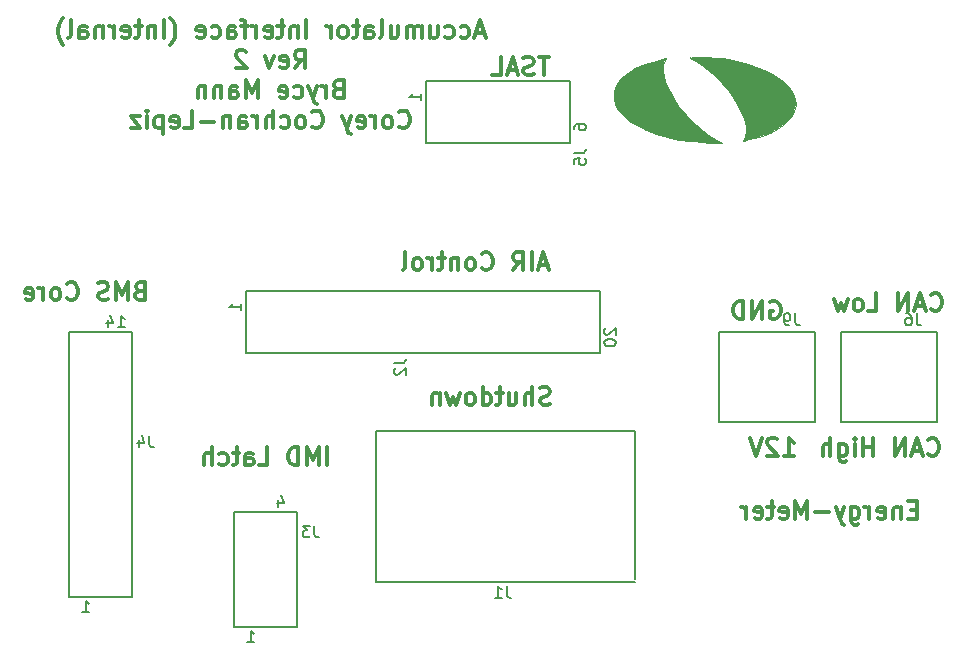
<source format=gbo>
G04 #@! TF.GenerationSoftware,KiCad,Pcbnew,5.0.2-bee76a0~70~ubuntu18.04.1*
G04 #@! TF.CreationDate,2019-05-01T23:48:17-04:00*
G04 #@! TF.ProjectId,internal_board,696e7465-726e-4616-9c5f-626f6172642e,rev?*
G04 #@! TF.SameCoordinates,Original*
G04 #@! TF.FileFunction,Legend,Bot*
G04 #@! TF.FilePolarity,Positive*
%FSLAX46Y46*%
G04 Gerber Fmt 4.6, Leading zero omitted, Abs format (unit mm)*
G04 Created by KiCad (PCBNEW 5.0.2-bee76a0~70~ubuntu18.04.1) date Wed 01 May 2019 11:48:17 PM EDT*
%MOMM*%
%LPD*%
G01*
G04 APERTURE LIST*
%ADD10C,0.300000*%
%ADD11C,0.150000*%
%ADD12C,0.010000*%
G04 APERTURE END LIST*
D10*
X191021428Y-83182857D02*
X190521428Y-83182857D01*
X190307142Y-83968571D02*
X191021428Y-83968571D01*
X191021428Y-82468571D01*
X190307142Y-82468571D01*
X189664285Y-82968571D02*
X189664285Y-83968571D01*
X189664285Y-83111428D02*
X189592857Y-83040000D01*
X189450000Y-82968571D01*
X189235714Y-82968571D01*
X189092857Y-83040000D01*
X189021428Y-83182857D01*
X189021428Y-83968571D01*
X187735714Y-83897142D02*
X187878571Y-83968571D01*
X188164285Y-83968571D01*
X188307142Y-83897142D01*
X188378571Y-83754285D01*
X188378571Y-83182857D01*
X188307142Y-83040000D01*
X188164285Y-82968571D01*
X187878571Y-82968571D01*
X187735714Y-83040000D01*
X187664285Y-83182857D01*
X187664285Y-83325714D01*
X188378571Y-83468571D01*
X187021428Y-83968571D02*
X187021428Y-82968571D01*
X187021428Y-83254285D02*
X186950000Y-83111428D01*
X186878571Y-83040000D01*
X186735714Y-82968571D01*
X186592857Y-82968571D01*
X185450000Y-82968571D02*
X185450000Y-84182857D01*
X185521428Y-84325714D01*
X185592857Y-84397142D01*
X185735714Y-84468571D01*
X185950000Y-84468571D01*
X186092857Y-84397142D01*
X185450000Y-83897142D02*
X185592857Y-83968571D01*
X185878571Y-83968571D01*
X186021428Y-83897142D01*
X186092857Y-83825714D01*
X186164285Y-83682857D01*
X186164285Y-83254285D01*
X186092857Y-83111428D01*
X186021428Y-83040000D01*
X185878571Y-82968571D01*
X185592857Y-82968571D01*
X185450000Y-83040000D01*
X184878571Y-82968571D02*
X184521428Y-83968571D01*
X184164285Y-82968571D02*
X184521428Y-83968571D01*
X184664285Y-84325714D01*
X184735714Y-84397142D01*
X184878571Y-84468571D01*
X183592857Y-83397142D02*
X182450000Y-83397142D01*
X181735714Y-83968571D02*
X181735714Y-82468571D01*
X181235714Y-83540000D01*
X180735714Y-82468571D01*
X180735714Y-83968571D01*
X179450000Y-83897142D02*
X179592857Y-83968571D01*
X179878571Y-83968571D01*
X180021428Y-83897142D01*
X180092857Y-83754285D01*
X180092857Y-83182857D01*
X180021428Y-83040000D01*
X179878571Y-82968571D01*
X179592857Y-82968571D01*
X179450000Y-83040000D01*
X179378571Y-83182857D01*
X179378571Y-83325714D01*
X180092857Y-83468571D01*
X178950000Y-82968571D02*
X178378571Y-82968571D01*
X178735714Y-82468571D02*
X178735714Y-83754285D01*
X178664285Y-83897142D01*
X178521428Y-83968571D01*
X178378571Y-83968571D01*
X177307142Y-83897142D02*
X177450000Y-83968571D01*
X177735714Y-83968571D01*
X177878571Y-83897142D01*
X177950000Y-83754285D01*
X177950000Y-83182857D01*
X177878571Y-83040000D01*
X177735714Y-82968571D01*
X177450000Y-82968571D01*
X177307142Y-83040000D01*
X177235714Y-83182857D01*
X177235714Y-83325714D01*
X177950000Y-83468571D01*
X176592857Y-83968571D02*
X176592857Y-82968571D01*
X176592857Y-83254285D02*
X176521428Y-83111428D01*
X176450000Y-83040000D01*
X176307142Y-82968571D01*
X176164285Y-82968571D01*
X178632857Y-65620000D02*
X178775714Y-65548571D01*
X178990000Y-65548571D01*
X179204285Y-65620000D01*
X179347142Y-65762857D01*
X179418571Y-65905714D01*
X179490000Y-66191428D01*
X179490000Y-66405714D01*
X179418571Y-66691428D01*
X179347142Y-66834285D01*
X179204285Y-66977142D01*
X178990000Y-67048571D01*
X178847142Y-67048571D01*
X178632857Y-66977142D01*
X178561428Y-66905714D01*
X178561428Y-66405714D01*
X178847142Y-66405714D01*
X177918571Y-67048571D02*
X177918571Y-65548571D01*
X177061428Y-67048571D01*
X177061428Y-65548571D01*
X176347142Y-67048571D02*
X176347142Y-65548571D01*
X175990000Y-65548571D01*
X175775714Y-65620000D01*
X175632857Y-65762857D01*
X175561428Y-65905714D01*
X175490000Y-66191428D01*
X175490000Y-66405714D01*
X175561428Y-66691428D01*
X175632857Y-66834285D01*
X175775714Y-66977142D01*
X175990000Y-67048571D01*
X176347142Y-67048571D01*
X179798571Y-78608571D02*
X180655714Y-78608571D01*
X180227142Y-78608571D02*
X180227142Y-77108571D01*
X180370000Y-77322857D01*
X180512857Y-77465714D01*
X180655714Y-77537142D01*
X179227142Y-77251428D02*
X179155714Y-77180000D01*
X179012857Y-77108571D01*
X178655714Y-77108571D01*
X178512857Y-77180000D01*
X178441428Y-77251428D01*
X178370000Y-77394285D01*
X178370000Y-77537142D01*
X178441428Y-77751428D01*
X179298571Y-78608571D01*
X178370000Y-78608571D01*
X177941428Y-77108571D02*
X177441428Y-78608571D01*
X176941428Y-77108571D01*
X191995714Y-78495714D02*
X192067142Y-78567142D01*
X192281428Y-78638571D01*
X192424285Y-78638571D01*
X192638571Y-78567142D01*
X192781428Y-78424285D01*
X192852857Y-78281428D01*
X192924285Y-77995714D01*
X192924285Y-77781428D01*
X192852857Y-77495714D01*
X192781428Y-77352857D01*
X192638571Y-77210000D01*
X192424285Y-77138571D01*
X192281428Y-77138571D01*
X192067142Y-77210000D01*
X191995714Y-77281428D01*
X191424285Y-78210000D02*
X190710000Y-78210000D01*
X191567142Y-78638571D02*
X191067142Y-77138571D01*
X190567142Y-78638571D01*
X190067142Y-78638571D02*
X190067142Y-77138571D01*
X189210000Y-78638571D01*
X189210000Y-77138571D01*
X187352857Y-78638571D02*
X187352857Y-77138571D01*
X187352857Y-77852857D02*
X186495714Y-77852857D01*
X186495714Y-78638571D02*
X186495714Y-77138571D01*
X185781428Y-78638571D02*
X185781428Y-77638571D01*
X185781428Y-77138571D02*
X185852857Y-77210000D01*
X185781428Y-77281428D01*
X185710000Y-77210000D01*
X185781428Y-77138571D01*
X185781428Y-77281428D01*
X184424285Y-77638571D02*
X184424285Y-78852857D01*
X184495714Y-78995714D01*
X184567142Y-79067142D01*
X184710000Y-79138571D01*
X184924285Y-79138571D01*
X185067142Y-79067142D01*
X184424285Y-78567142D02*
X184567142Y-78638571D01*
X184852857Y-78638571D01*
X184995714Y-78567142D01*
X185067142Y-78495714D01*
X185138571Y-78352857D01*
X185138571Y-77924285D01*
X185067142Y-77781428D01*
X184995714Y-77710000D01*
X184852857Y-77638571D01*
X184567142Y-77638571D01*
X184424285Y-77710000D01*
X183710000Y-78638571D02*
X183710000Y-77138571D01*
X183067142Y-78638571D02*
X183067142Y-77852857D01*
X183138571Y-77710000D01*
X183281428Y-77638571D01*
X183495714Y-77638571D01*
X183638571Y-77710000D01*
X183710000Y-77781428D01*
X192247142Y-66225714D02*
X192318571Y-66297142D01*
X192532857Y-66368571D01*
X192675714Y-66368571D01*
X192890000Y-66297142D01*
X193032857Y-66154285D01*
X193104285Y-66011428D01*
X193175714Y-65725714D01*
X193175714Y-65511428D01*
X193104285Y-65225714D01*
X193032857Y-65082857D01*
X192890000Y-64940000D01*
X192675714Y-64868571D01*
X192532857Y-64868571D01*
X192318571Y-64940000D01*
X192247142Y-65011428D01*
X191675714Y-65940000D02*
X190961428Y-65940000D01*
X191818571Y-66368571D02*
X191318571Y-64868571D01*
X190818571Y-66368571D01*
X190318571Y-66368571D02*
X190318571Y-64868571D01*
X189461428Y-66368571D01*
X189461428Y-64868571D01*
X186890000Y-66368571D02*
X187604285Y-66368571D01*
X187604285Y-64868571D01*
X186175714Y-66368571D02*
X186318571Y-66297142D01*
X186390000Y-66225714D01*
X186461428Y-66082857D01*
X186461428Y-65654285D01*
X186390000Y-65511428D01*
X186318571Y-65440000D01*
X186175714Y-65368571D01*
X185961428Y-65368571D01*
X185818571Y-65440000D01*
X185747142Y-65511428D01*
X185675714Y-65654285D01*
X185675714Y-66082857D01*
X185747142Y-66225714D01*
X185818571Y-66297142D01*
X185961428Y-66368571D01*
X186175714Y-66368571D01*
X185175714Y-65368571D02*
X184890000Y-66368571D01*
X184604285Y-65654285D01*
X184318571Y-66368571D01*
X184032857Y-65368571D01*
X154401428Y-42825000D02*
X153687142Y-42825000D01*
X154544285Y-43253571D02*
X154044285Y-41753571D01*
X153544285Y-43253571D01*
X152401428Y-43182142D02*
X152544285Y-43253571D01*
X152830000Y-43253571D01*
X152972857Y-43182142D01*
X153044285Y-43110714D01*
X153115714Y-42967857D01*
X153115714Y-42539285D01*
X153044285Y-42396428D01*
X152972857Y-42325000D01*
X152830000Y-42253571D01*
X152544285Y-42253571D01*
X152401428Y-42325000D01*
X151115714Y-43182142D02*
X151258571Y-43253571D01*
X151544285Y-43253571D01*
X151687142Y-43182142D01*
X151758571Y-43110714D01*
X151830000Y-42967857D01*
X151830000Y-42539285D01*
X151758571Y-42396428D01*
X151687142Y-42325000D01*
X151544285Y-42253571D01*
X151258571Y-42253571D01*
X151115714Y-42325000D01*
X149830000Y-42253571D02*
X149830000Y-43253571D01*
X150472857Y-42253571D02*
X150472857Y-43039285D01*
X150401428Y-43182142D01*
X150258571Y-43253571D01*
X150044285Y-43253571D01*
X149901428Y-43182142D01*
X149830000Y-43110714D01*
X149115714Y-43253571D02*
X149115714Y-42253571D01*
X149115714Y-42396428D02*
X149044285Y-42325000D01*
X148901428Y-42253571D01*
X148687142Y-42253571D01*
X148544285Y-42325000D01*
X148472857Y-42467857D01*
X148472857Y-43253571D01*
X148472857Y-42467857D02*
X148401428Y-42325000D01*
X148258571Y-42253571D01*
X148044285Y-42253571D01*
X147901428Y-42325000D01*
X147830000Y-42467857D01*
X147830000Y-43253571D01*
X146472857Y-42253571D02*
X146472857Y-43253571D01*
X147115714Y-42253571D02*
X147115714Y-43039285D01*
X147044285Y-43182142D01*
X146901428Y-43253571D01*
X146687142Y-43253571D01*
X146544285Y-43182142D01*
X146472857Y-43110714D01*
X145544285Y-43253571D02*
X145687142Y-43182142D01*
X145758571Y-43039285D01*
X145758571Y-41753571D01*
X144330000Y-43253571D02*
X144330000Y-42467857D01*
X144401428Y-42325000D01*
X144544285Y-42253571D01*
X144830000Y-42253571D01*
X144972857Y-42325000D01*
X144330000Y-43182142D02*
X144472857Y-43253571D01*
X144830000Y-43253571D01*
X144972857Y-43182142D01*
X145044285Y-43039285D01*
X145044285Y-42896428D01*
X144972857Y-42753571D01*
X144830000Y-42682142D01*
X144472857Y-42682142D01*
X144330000Y-42610714D01*
X143830000Y-42253571D02*
X143258571Y-42253571D01*
X143615714Y-41753571D02*
X143615714Y-43039285D01*
X143544285Y-43182142D01*
X143401428Y-43253571D01*
X143258571Y-43253571D01*
X142544285Y-43253571D02*
X142687142Y-43182142D01*
X142758571Y-43110714D01*
X142830000Y-42967857D01*
X142830000Y-42539285D01*
X142758571Y-42396428D01*
X142687142Y-42325000D01*
X142544285Y-42253571D01*
X142330000Y-42253571D01*
X142187142Y-42325000D01*
X142115714Y-42396428D01*
X142044285Y-42539285D01*
X142044285Y-42967857D01*
X142115714Y-43110714D01*
X142187142Y-43182142D01*
X142330000Y-43253571D01*
X142544285Y-43253571D01*
X141401428Y-43253571D02*
X141401428Y-42253571D01*
X141401428Y-42539285D02*
X141330000Y-42396428D01*
X141258571Y-42325000D01*
X141115714Y-42253571D01*
X140972857Y-42253571D01*
X139330000Y-43253571D02*
X139330000Y-41753571D01*
X138615714Y-42253571D02*
X138615714Y-43253571D01*
X138615714Y-42396428D02*
X138544285Y-42325000D01*
X138401428Y-42253571D01*
X138187142Y-42253571D01*
X138044285Y-42325000D01*
X137972857Y-42467857D01*
X137972857Y-43253571D01*
X137472857Y-42253571D02*
X136901428Y-42253571D01*
X137258571Y-41753571D02*
X137258571Y-43039285D01*
X137187142Y-43182142D01*
X137044285Y-43253571D01*
X136901428Y-43253571D01*
X135830000Y-43182142D02*
X135972857Y-43253571D01*
X136258571Y-43253571D01*
X136401428Y-43182142D01*
X136472857Y-43039285D01*
X136472857Y-42467857D01*
X136401428Y-42325000D01*
X136258571Y-42253571D01*
X135972857Y-42253571D01*
X135830000Y-42325000D01*
X135758571Y-42467857D01*
X135758571Y-42610714D01*
X136472857Y-42753571D01*
X135115714Y-43253571D02*
X135115714Y-42253571D01*
X135115714Y-42539285D02*
X135044285Y-42396428D01*
X134972857Y-42325000D01*
X134830000Y-42253571D01*
X134687142Y-42253571D01*
X134401428Y-42253571D02*
X133830000Y-42253571D01*
X134187142Y-43253571D02*
X134187142Y-41967857D01*
X134115714Y-41825000D01*
X133972857Y-41753571D01*
X133830000Y-41753571D01*
X132687142Y-43253571D02*
X132687142Y-42467857D01*
X132758571Y-42325000D01*
X132901428Y-42253571D01*
X133187142Y-42253571D01*
X133330000Y-42325000D01*
X132687142Y-43182142D02*
X132830000Y-43253571D01*
X133187142Y-43253571D01*
X133330000Y-43182142D01*
X133401428Y-43039285D01*
X133401428Y-42896428D01*
X133330000Y-42753571D01*
X133187142Y-42682142D01*
X132830000Y-42682142D01*
X132687142Y-42610714D01*
X131330000Y-43182142D02*
X131472857Y-43253571D01*
X131758571Y-43253571D01*
X131901428Y-43182142D01*
X131972857Y-43110714D01*
X132044285Y-42967857D01*
X132044285Y-42539285D01*
X131972857Y-42396428D01*
X131901428Y-42325000D01*
X131758571Y-42253571D01*
X131472857Y-42253571D01*
X131330000Y-42325000D01*
X130115714Y-43182142D02*
X130258571Y-43253571D01*
X130544285Y-43253571D01*
X130687142Y-43182142D01*
X130758571Y-43039285D01*
X130758571Y-42467857D01*
X130687142Y-42325000D01*
X130544285Y-42253571D01*
X130258571Y-42253571D01*
X130115714Y-42325000D01*
X130044285Y-42467857D01*
X130044285Y-42610714D01*
X130758571Y-42753571D01*
X127830000Y-43825000D02*
X127901428Y-43753571D01*
X128044285Y-43539285D01*
X128115714Y-43396428D01*
X128187142Y-43182142D01*
X128258571Y-42825000D01*
X128258571Y-42539285D01*
X128187142Y-42182142D01*
X128115714Y-41967857D01*
X128044285Y-41825000D01*
X127901428Y-41610714D01*
X127830000Y-41539285D01*
X127258571Y-43253571D02*
X127258571Y-41753571D01*
X126544285Y-42253571D02*
X126544285Y-43253571D01*
X126544285Y-42396428D02*
X126472857Y-42325000D01*
X126330000Y-42253571D01*
X126115714Y-42253571D01*
X125972857Y-42325000D01*
X125901428Y-42467857D01*
X125901428Y-43253571D01*
X125401428Y-42253571D02*
X124830000Y-42253571D01*
X125187142Y-41753571D02*
X125187142Y-43039285D01*
X125115714Y-43182142D01*
X124972857Y-43253571D01*
X124830000Y-43253571D01*
X123758571Y-43182142D02*
X123901428Y-43253571D01*
X124187142Y-43253571D01*
X124330000Y-43182142D01*
X124401428Y-43039285D01*
X124401428Y-42467857D01*
X124330000Y-42325000D01*
X124187142Y-42253571D01*
X123901428Y-42253571D01*
X123758571Y-42325000D01*
X123687142Y-42467857D01*
X123687142Y-42610714D01*
X124401428Y-42753571D01*
X123044285Y-43253571D02*
X123044285Y-42253571D01*
X123044285Y-42539285D02*
X122972857Y-42396428D01*
X122901428Y-42325000D01*
X122758571Y-42253571D01*
X122615714Y-42253571D01*
X122115714Y-42253571D02*
X122115714Y-43253571D01*
X122115714Y-42396428D02*
X122044285Y-42325000D01*
X121901428Y-42253571D01*
X121687142Y-42253571D01*
X121544285Y-42325000D01*
X121472857Y-42467857D01*
X121472857Y-43253571D01*
X120115714Y-43253571D02*
X120115714Y-42467857D01*
X120187142Y-42325000D01*
X120330000Y-42253571D01*
X120615714Y-42253571D01*
X120758571Y-42325000D01*
X120115714Y-43182142D02*
X120258571Y-43253571D01*
X120615714Y-43253571D01*
X120758571Y-43182142D01*
X120830000Y-43039285D01*
X120830000Y-42896428D01*
X120758571Y-42753571D01*
X120615714Y-42682142D01*
X120258571Y-42682142D01*
X120115714Y-42610714D01*
X119187142Y-43253571D02*
X119330000Y-43182142D01*
X119401428Y-43039285D01*
X119401428Y-41753571D01*
X118758571Y-43825000D02*
X118687142Y-43753571D01*
X118544285Y-43539285D01*
X118472857Y-43396428D01*
X118401428Y-43182142D01*
X118330000Y-42825000D01*
X118330000Y-42539285D01*
X118401428Y-42182142D01*
X118472857Y-41967857D01*
X118544285Y-41825000D01*
X118687142Y-41610714D01*
X118758571Y-41539285D01*
X138365714Y-45803571D02*
X138865714Y-45089285D01*
X139222857Y-45803571D02*
X139222857Y-44303571D01*
X138651428Y-44303571D01*
X138508571Y-44375000D01*
X138437142Y-44446428D01*
X138365714Y-44589285D01*
X138365714Y-44803571D01*
X138437142Y-44946428D01*
X138508571Y-45017857D01*
X138651428Y-45089285D01*
X139222857Y-45089285D01*
X137151428Y-45732142D02*
X137294285Y-45803571D01*
X137580000Y-45803571D01*
X137722857Y-45732142D01*
X137794285Y-45589285D01*
X137794285Y-45017857D01*
X137722857Y-44875000D01*
X137580000Y-44803571D01*
X137294285Y-44803571D01*
X137151428Y-44875000D01*
X137080000Y-45017857D01*
X137080000Y-45160714D01*
X137794285Y-45303571D01*
X136580000Y-44803571D02*
X136222857Y-45803571D01*
X135865714Y-44803571D01*
X134222857Y-44446428D02*
X134151428Y-44375000D01*
X134008571Y-44303571D01*
X133651428Y-44303571D01*
X133508571Y-44375000D01*
X133437142Y-44446428D01*
X133365714Y-44589285D01*
X133365714Y-44732142D01*
X133437142Y-44946428D01*
X134294285Y-45803571D01*
X133365714Y-45803571D01*
X142008571Y-47567857D02*
X141794285Y-47639285D01*
X141722857Y-47710714D01*
X141651428Y-47853571D01*
X141651428Y-48067857D01*
X141722857Y-48210714D01*
X141794285Y-48282142D01*
X141937142Y-48353571D01*
X142508571Y-48353571D01*
X142508571Y-46853571D01*
X142008571Y-46853571D01*
X141865714Y-46925000D01*
X141794285Y-46996428D01*
X141722857Y-47139285D01*
X141722857Y-47282142D01*
X141794285Y-47425000D01*
X141865714Y-47496428D01*
X142008571Y-47567857D01*
X142508571Y-47567857D01*
X141008571Y-48353571D02*
X141008571Y-47353571D01*
X141008571Y-47639285D02*
X140937142Y-47496428D01*
X140865714Y-47425000D01*
X140722857Y-47353571D01*
X140580000Y-47353571D01*
X140222857Y-47353571D02*
X139865714Y-48353571D01*
X139508571Y-47353571D02*
X139865714Y-48353571D01*
X140008571Y-48710714D01*
X140080000Y-48782142D01*
X140222857Y-48853571D01*
X138294285Y-48282142D02*
X138437142Y-48353571D01*
X138722857Y-48353571D01*
X138865714Y-48282142D01*
X138937142Y-48210714D01*
X139008571Y-48067857D01*
X139008571Y-47639285D01*
X138937142Y-47496428D01*
X138865714Y-47425000D01*
X138722857Y-47353571D01*
X138437142Y-47353571D01*
X138294285Y-47425000D01*
X137080000Y-48282142D02*
X137222857Y-48353571D01*
X137508571Y-48353571D01*
X137651428Y-48282142D01*
X137722857Y-48139285D01*
X137722857Y-47567857D01*
X137651428Y-47425000D01*
X137508571Y-47353571D01*
X137222857Y-47353571D01*
X137080000Y-47425000D01*
X137008571Y-47567857D01*
X137008571Y-47710714D01*
X137722857Y-47853571D01*
X135222857Y-48353571D02*
X135222857Y-46853571D01*
X134722857Y-47925000D01*
X134222857Y-46853571D01*
X134222857Y-48353571D01*
X132865714Y-48353571D02*
X132865714Y-47567857D01*
X132937142Y-47425000D01*
X133080000Y-47353571D01*
X133365714Y-47353571D01*
X133508571Y-47425000D01*
X132865714Y-48282142D02*
X133008571Y-48353571D01*
X133365714Y-48353571D01*
X133508571Y-48282142D01*
X133580000Y-48139285D01*
X133580000Y-47996428D01*
X133508571Y-47853571D01*
X133365714Y-47782142D01*
X133008571Y-47782142D01*
X132865714Y-47710714D01*
X132151428Y-47353571D02*
X132151428Y-48353571D01*
X132151428Y-47496428D02*
X132080000Y-47425000D01*
X131937142Y-47353571D01*
X131722857Y-47353571D01*
X131580000Y-47425000D01*
X131508571Y-47567857D01*
X131508571Y-48353571D01*
X130794285Y-47353571D02*
X130794285Y-48353571D01*
X130794285Y-47496428D02*
X130722857Y-47425000D01*
X130580000Y-47353571D01*
X130365714Y-47353571D01*
X130222857Y-47425000D01*
X130151428Y-47567857D01*
X130151428Y-48353571D01*
X147187142Y-50760714D02*
X147258571Y-50832142D01*
X147472857Y-50903571D01*
X147615714Y-50903571D01*
X147830000Y-50832142D01*
X147972857Y-50689285D01*
X148044285Y-50546428D01*
X148115714Y-50260714D01*
X148115714Y-50046428D01*
X148044285Y-49760714D01*
X147972857Y-49617857D01*
X147830000Y-49475000D01*
X147615714Y-49403571D01*
X147472857Y-49403571D01*
X147258571Y-49475000D01*
X147187142Y-49546428D01*
X146330000Y-50903571D02*
X146472857Y-50832142D01*
X146544285Y-50760714D01*
X146615714Y-50617857D01*
X146615714Y-50189285D01*
X146544285Y-50046428D01*
X146472857Y-49975000D01*
X146330000Y-49903571D01*
X146115714Y-49903571D01*
X145972857Y-49975000D01*
X145901428Y-50046428D01*
X145830000Y-50189285D01*
X145830000Y-50617857D01*
X145901428Y-50760714D01*
X145972857Y-50832142D01*
X146115714Y-50903571D01*
X146330000Y-50903571D01*
X145187142Y-50903571D02*
X145187142Y-49903571D01*
X145187142Y-50189285D02*
X145115714Y-50046428D01*
X145044285Y-49975000D01*
X144901428Y-49903571D01*
X144758571Y-49903571D01*
X143687142Y-50832142D02*
X143830000Y-50903571D01*
X144115714Y-50903571D01*
X144258571Y-50832142D01*
X144330000Y-50689285D01*
X144330000Y-50117857D01*
X144258571Y-49975000D01*
X144115714Y-49903571D01*
X143830000Y-49903571D01*
X143687142Y-49975000D01*
X143615714Y-50117857D01*
X143615714Y-50260714D01*
X144330000Y-50403571D01*
X143115714Y-49903571D02*
X142758571Y-50903571D01*
X142401428Y-49903571D02*
X142758571Y-50903571D01*
X142901428Y-51260714D01*
X142972857Y-51332142D01*
X143115714Y-51403571D01*
X139830000Y-50760714D02*
X139901428Y-50832142D01*
X140115714Y-50903571D01*
X140258571Y-50903571D01*
X140472857Y-50832142D01*
X140615714Y-50689285D01*
X140687142Y-50546428D01*
X140758571Y-50260714D01*
X140758571Y-50046428D01*
X140687142Y-49760714D01*
X140615714Y-49617857D01*
X140472857Y-49475000D01*
X140258571Y-49403571D01*
X140115714Y-49403571D01*
X139901428Y-49475000D01*
X139830000Y-49546428D01*
X138972857Y-50903571D02*
X139115714Y-50832142D01*
X139187142Y-50760714D01*
X139258571Y-50617857D01*
X139258571Y-50189285D01*
X139187142Y-50046428D01*
X139115714Y-49975000D01*
X138972857Y-49903571D01*
X138758571Y-49903571D01*
X138615714Y-49975000D01*
X138544285Y-50046428D01*
X138472857Y-50189285D01*
X138472857Y-50617857D01*
X138544285Y-50760714D01*
X138615714Y-50832142D01*
X138758571Y-50903571D01*
X138972857Y-50903571D01*
X137187142Y-50832142D02*
X137330000Y-50903571D01*
X137615714Y-50903571D01*
X137758571Y-50832142D01*
X137830000Y-50760714D01*
X137901428Y-50617857D01*
X137901428Y-50189285D01*
X137830000Y-50046428D01*
X137758571Y-49975000D01*
X137615714Y-49903571D01*
X137330000Y-49903571D01*
X137187142Y-49975000D01*
X136544285Y-50903571D02*
X136544285Y-49403571D01*
X135901428Y-50903571D02*
X135901428Y-50117857D01*
X135972857Y-49975000D01*
X136115714Y-49903571D01*
X136330000Y-49903571D01*
X136472857Y-49975000D01*
X136544285Y-50046428D01*
X135187142Y-50903571D02*
X135187142Y-49903571D01*
X135187142Y-50189285D02*
X135115714Y-50046428D01*
X135044285Y-49975000D01*
X134901428Y-49903571D01*
X134758571Y-49903571D01*
X133615714Y-50903571D02*
X133615714Y-50117857D01*
X133687142Y-49975000D01*
X133830000Y-49903571D01*
X134115714Y-49903571D01*
X134258571Y-49975000D01*
X133615714Y-50832142D02*
X133758571Y-50903571D01*
X134115714Y-50903571D01*
X134258571Y-50832142D01*
X134330000Y-50689285D01*
X134330000Y-50546428D01*
X134258571Y-50403571D01*
X134115714Y-50332142D01*
X133758571Y-50332142D01*
X133615714Y-50260714D01*
X132901428Y-49903571D02*
X132901428Y-50903571D01*
X132901428Y-50046428D02*
X132830000Y-49975000D01*
X132687142Y-49903571D01*
X132472857Y-49903571D01*
X132330000Y-49975000D01*
X132258571Y-50117857D01*
X132258571Y-50903571D01*
X131544285Y-50332142D02*
X130401428Y-50332142D01*
X128972857Y-50903571D02*
X129687142Y-50903571D01*
X129687142Y-49403571D01*
X127901428Y-50832142D02*
X128044285Y-50903571D01*
X128330000Y-50903571D01*
X128472857Y-50832142D01*
X128544285Y-50689285D01*
X128544285Y-50117857D01*
X128472857Y-49975000D01*
X128330000Y-49903571D01*
X128044285Y-49903571D01*
X127901428Y-49975000D01*
X127830000Y-50117857D01*
X127830000Y-50260714D01*
X128544285Y-50403571D01*
X127187142Y-49903571D02*
X127187142Y-51403571D01*
X127187142Y-49975000D02*
X127044285Y-49903571D01*
X126758571Y-49903571D01*
X126615714Y-49975000D01*
X126544285Y-50046428D01*
X126472857Y-50189285D01*
X126472857Y-50617857D01*
X126544285Y-50760714D01*
X126615714Y-50832142D01*
X126758571Y-50903571D01*
X127044285Y-50903571D01*
X127187142Y-50832142D01*
X125830000Y-50903571D02*
X125830000Y-49903571D01*
X125830000Y-49403571D02*
X125901428Y-49475000D01*
X125830000Y-49546428D01*
X125758571Y-49475000D01*
X125830000Y-49403571D01*
X125830000Y-49546428D01*
X125258571Y-49903571D02*
X124472857Y-49903571D01*
X125258571Y-50903571D01*
X124472857Y-50903571D01*
X125221428Y-64662857D02*
X125007142Y-64734285D01*
X124935714Y-64805714D01*
X124864285Y-64948571D01*
X124864285Y-65162857D01*
X124935714Y-65305714D01*
X125007142Y-65377142D01*
X125150000Y-65448571D01*
X125721428Y-65448571D01*
X125721428Y-63948571D01*
X125221428Y-63948571D01*
X125078571Y-64020000D01*
X125007142Y-64091428D01*
X124935714Y-64234285D01*
X124935714Y-64377142D01*
X125007142Y-64520000D01*
X125078571Y-64591428D01*
X125221428Y-64662857D01*
X125721428Y-64662857D01*
X124221428Y-65448571D02*
X124221428Y-63948571D01*
X123721428Y-65020000D01*
X123221428Y-63948571D01*
X123221428Y-65448571D01*
X122578571Y-65377142D02*
X122364285Y-65448571D01*
X122007142Y-65448571D01*
X121864285Y-65377142D01*
X121792857Y-65305714D01*
X121721428Y-65162857D01*
X121721428Y-65020000D01*
X121792857Y-64877142D01*
X121864285Y-64805714D01*
X122007142Y-64734285D01*
X122292857Y-64662857D01*
X122435714Y-64591428D01*
X122507142Y-64520000D01*
X122578571Y-64377142D01*
X122578571Y-64234285D01*
X122507142Y-64091428D01*
X122435714Y-64020000D01*
X122292857Y-63948571D01*
X121935714Y-63948571D01*
X121721428Y-64020000D01*
X119078571Y-65305714D02*
X119150000Y-65377142D01*
X119364285Y-65448571D01*
X119507142Y-65448571D01*
X119721428Y-65377142D01*
X119864285Y-65234285D01*
X119935714Y-65091428D01*
X120007142Y-64805714D01*
X120007142Y-64591428D01*
X119935714Y-64305714D01*
X119864285Y-64162857D01*
X119721428Y-64020000D01*
X119507142Y-63948571D01*
X119364285Y-63948571D01*
X119150000Y-64020000D01*
X119078571Y-64091428D01*
X118221428Y-65448571D02*
X118364285Y-65377142D01*
X118435714Y-65305714D01*
X118507142Y-65162857D01*
X118507142Y-64734285D01*
X118435714Y-64591428D01*
X118364285Y-64520000D01*
X118221428Y-64448571D01*
X118007142Y-64448571D01*
X117864285Y-64520000D01*
X117792857Y-64591428D01*
X117721428Y-64734285D01*
X117721428Y-65162857D01*
X117792857Y-65305714D01*
X117864285Y-65377142D01*
X118007142Y-65448571D01*
X118221428Y-65448571D01*
X117078571Y-65448571D02*
X117078571Y-64448571D01*
X117078571Y-64734285D02*
X117007142Y-64591428D01*
X116935714Y-64520000D01*
X116792857Y-64448571D01*
X116650000Y-64448571D01*
X115578571Y-65377142D02*
X115721428Y-65448571D01*
X116007142Y-65448571D01*
X116150000Y-65377142D01*
X116221428Y-65234285D01*
X116221428Y-64662857D01*
X116150000Y-64520000D01*
X116007142Y-64448571D01*
X115721428Y-64448571D01*
X115578571Y-64520000D01*
X115507142Y-64662857D01*
X115507142Y-64805714D01*
X116221428Y-64948571D01*
X141104285Y-79418571D02*
X141104285Y-77918571D01*
X140390000Y-79418571D02*
X140390000Y-77918571D01*
X139890000Y-78990000D01*
X139390000Y-77918571D01*
X139390000Y-79418571D01*
X138675714Y-79418571D02*
X138675714Y-77918571D01*
X138318571Y-77918571D01*
X138104285Y-77990000D01*
X137961428Y-78132857D01*
X137890000Y-78275714D01*
X137818571Y-78561428D01*
X137818571Y-78775714D01*
X137890000Y-79061428D01*
X137961428Y-79204285D01*
X138104285Y-79347142D01*
X138318571Y-79418571D01*
X138675714Y-79418571D01*
X135318571Y-79418571D02*
X136032857Y-79418571D01*
X136032857Y-77918571D01*
X134175714Y-79418571D02*
X134175714Y-78632857D01*
X134247142Y-78490000D01*
X134390000Y-78418571D01*
X134675714Y-78418571D01*
X134818571Y-78490000D01*
X134175714Y-79347142D02*
X134318571Y-79418571D01*
X134675714Y-79418571D01*
X134818571Y-79347142D01*
X134890000Y-79204285D01*
X134890000Y-79061428D01*
X134818571Y-78918571D01*
X134675714Y-78847142D01*
X134318571Y-78847142D01*
X134175714Y-78775714D01*
X133675714Y-78418571D02*
X133104285Y-78418571D01*
X133461428Y-77918571D02*
X133461428Y-79204285D01*
X133390000Y-79347142D01*
X133247142Y-79418571D01*
X133104285Y-79418571D01*
X131961428Y-79347142D02*
X132104285Y-79418571D01*
X132390000Y-79418571D01*
X132532857Y-79347142D01*
X132604285Y-79275714D01*
X132675714Y-79132857D01*
X132675714Y-78704285D01*
X132604285Y-78561428D01*
X132532857Y-78490000D01*
X132390000Y-78418571D01*
X132104285Y-78418571D01*
X131961428Y-78490000D01*
X131318571Y-79418571D02*
X131318571Y-77918571D01*
X130675714Y-79418571D02*
X130675714Y-78632857D01*
X130747142Y-78490000D01*
X130890000Y-78418571D01*
X131104285Y-78418571D01*
X131247142Y-78490000D01*
X131318571Y-78561428D01*
X159872857Y-44898571D02*
X159015714Y-44898571D01*
X159444285Y-46398571D02*
X159444285Y-44898571D01*
X158587142Y-46327142D02*
X158372857Y-46398571D01*
X158015714Y-46398571D01*
X157872857Y-46327142D01*
X157801428Y-46255714D01*
X157730000Y-46112857D01*
X157730000Y-45970000D01*
X157801428Y-45827142D01*
X157872857Y-45755714D01*
X158015714Y-45684285D01*
X158301428Y-45612857D01*
X158444285Y-45541428D01*
X158515714Y-45470000D01*
X158587142Y-45327142D01*
X158587142Y-45184285D01*
X158515714Y-45041428D01*
X158444285Y-44970000D01*
X158301428Y-44898571D01*
X157944285Y-44898571D01*
X157730000Y-44970000D01*
X157158571Y-45970000D02*
X156444285Y-45970000D01*
X157301428Y-46398571D02*
X156801428Y-44898571D01*
X156301428Y-46398571D01*
X155087142Y-46398571D02*
X155801428Y-46398571D01*
X155801428Y-44898571D01*
X159975714Y-74267142D02*
X159761428Y-74338571D01*
X159404285Y-74338571D01*
X159261428Y-74267142D01*
X159190000Y-74195714D01*
X159118571Y-74052857D01*
X159118571Y-73910000D01*
X159190000Y-73767142D01*
X159261428Y-73695714D01*
X159404285Y-73624285D01*
X159690000Y-73552857D01*
X159832857Y-73481428D01*
X159904285Y-73410000D01*
X159975714Y-73267142D01*
X159975714Y-73124285D01*
X159904285Y-72981428D01*
X159832857Y-72910000D01*
X159690000Y-72838571D01*
X159332857Y-72838571D01*
X159118571Y-72910000D01*
X158475714Y-74338571D02*
X158475714Y-72838571D01*
X157832857Y-74338571D02*
X157832857Y-73552857D01*
X157904285Y-73410000D01*
X158047142Y-73338571D01*
X158261428Y-73338571D01*
X158404285Y-73410000D01*
X158475714Y-73481428D01*
X156475714Y-73338571D02*
X156475714Y-74338571D01*
X157118571Y-73338571D02*
X157118571Y-74124285D01*
X157047142Y-74267142D01*
X156904285Y-74338571D01*
X156690000Y-74338571D01*
X156547142Y-74267142D01*
X156475714Y-74195714D01*
X155975714Y-73338571D02*
X155404285Y-73338571D01*
X155761428Y-72838571D02*
X155761428Y-74124285D01*
X155690000Y-74267142D01*
X155547142Y-74338571D01*
X155404285Y-74338571D01*
X154261428Y-74338571D02*
X154261428Y-72838571D01*
X154261428Y-74267142D02*
X154404285Y-74338571D01*
X154690000Y-74338571D01*
X154832857Y-74267142D01*
X154904285Y-74195714D01*
X154975714Y-74052857D01*
X154975714Y-73624285D01*
X154904285Y-73481428D01*
X154832857Y-73410000D01*
X154690000Y-73338571D01*
X154404285Y-73338571D01*
X154261428Y-73410000D01*
X153332857Y-74338571D02*
X153475714Y-74267142D01*
X153547142Y-74195714D01*
X153618571Y-74052857D01*
X153618571Y-73624285D01*
X153547142Y-73481428D01*
X153475714Y-73410000D01*
X153332857Y-73338571D01*
X153118571Y-73338571D01*
X152975714Y-73410000D01*
X152904285Y-73481428D01*
X152832857Y-73624285D01*
X152832857Y-74052857D01*
X152904285Y-74195714D01*
X152975714Y-74267142D01*
X153118571Y-74338571D01*
X153332857Y-74338571D01*
X152332857Y-73338571D02*
X152047142Y-74338571D01*
X151761428Y-73624285D01*
X151475714Y-74338571D01*
X151190000Y-73338571D01*
X150618571Y-73338571D02*
X150618571Y-74338571D01*
X150618571Y-73481428D02*
X150547142Y-73410000D01*
X150404285Y-73338571D01*
X150190000Y-73338571D01*
X150047142Y-73410000D01*
X149975714Y-73552857D01*
X149975714Y-74338571D01*
X159777142Y-62480000D02*
X159062857Y-62480000D01*
X159920000Y-62908571D02*
X159420000Y-61408571D01*
X158920000Y-62908571D01*
X158420000Y-62908571D02*
X158420000Y-61408571D01*
X156848571Y-62908571D02*
X157348571Y-62194285D01*
X157705714Y-62908571D02*
X157705714Y-61408571D01*
X157134285Y-61408571D01*
X156991428Y-61480000D01*
X156920000Y-61551428D01*
X156848571Y-61694285D01*
X156848571Y-61908571D01*
X156920000Y-62051428D01*
X156991428Y-62122857D01*
X157134285Y-62194285D01*
X157705714Y-62194285D01*
X154205714Y-62765714D02*
X154277142Y-62837142D01*
X154491428Y-62908571D01*
X154634285Y-62908571D01*
X154848571Y-62837142D01*
X154991428Y-62694285D01*
X155062857Y-62551428D01*
X155134285Y-62265714D01*
X155134285Y-62051428D01*
X155062857Y-61765714D01*
X154991428Y-61622857D01*
X154848571Y-61480000D01*
X154634285Y-61408571D01*
X154491428Y-61408571D01*
X154277142Y-61480000D01*
X154205714Y-61551428D01*
X153348571Y-62908571D02*
X153491428Y-62837142D01*
X153562857Y-62765714D01*
X153634285Y-62622857D01*
X153634285Y-62194285D01*
X153562857Y-62051428D01*
X153491428Y-61980000D01*
X153348571Y-61908571D01*
X153134285Y-61908571D01*
X152991428Y-61980000D01*
X152920000Y-62051428D01*
X152848571Y-62194285D01*
X152848571Y-62622857D01*
X152920000Y-62765714D01*
X152991428Y-62837142D01*
X153134285Y-62908571D01*
X153348571Y-62908571D01*
X152205714Y-61908571D02*
X152205714Y-62908571D01*
X152205714Y-62051428D02*
X152134285Y-61980000D01*
X151991428Y-61908571D01*
X151777142Y-61908571D01*
X151634285Y-61980000D01*
X151562857Y-62122857D01*
X151562857Y-62908571D01*
X151062857Y-61908571D02*
X150491428Y-61908571D01*
X150848571Y-61408571D02*
X150848571Y-62694285D01*
X150777142Y-62837142D01*
X150634285Y-62908571D01*
X150491428Y-62908571D01*
X149991428Y-62908571D02*
X149991428Y-61908571D01*
X149991428Y-62194285D02*
X149920000Y-62051428D01*
X149848571Y-61980000D01*
X149705714Y-61908571D01*
X149562857Y-61908571D01*
X148848571Y-62908571D02*
X148991428Y-62837142D01*
X149062857Y-62765714D01*
X149134285Y-62622857D01*
X149134285Y-62194285D01*
X149062857Y-62051428D01*
X148991428Y-61980000D01*
X148848571Y-61908571D01*
X148634285Y-61908571D01*
X148491428Y-61980000D01*
X148420000Y-62051428D01*
X148348571Y-62194285D01*
X148348571Y-62622857D01*
X148420000Y-62765714D01*
X148491428Y-62837142D01*
X148634285Y-62908571D01*
X148848571Y-62908571D01*
X147491428Y-62908571D02*
X147634285Y-62837142D01*
X147705714Y-62694285D01*
X147705714Y-61408571D01*
D11*
G04 #@! TO.C,J2*
X164230000Y-64660000D02*
X164230000Y-69960000D01*
X134220000Y-64660000D02*
X134220000Y-69960000D01*
X164230000Y-64660000D02*
X134220000Y-64660000D01*
X164230000Y-69960000D02*
X134220000Y-69960000D01*
G04 #@! TO.C,J3*
X133240000Y-83420000D02*
X138540000Y-83420000D01*
X133240000Y-93110000D02*
X138540000Y-93110000D01*
X133240000Y-83420000D02*
X133240000Y-93110000D01*
X138540000Y-83420000D02*
X138540000Y-93110000D01*
G04 #@! TO.C,J4*
X119270000Y-68180000D02*
X124570000Y-68180000D01*
X119270000Y-90570000D02*
X124570000Y-90570000D01*
X119270000Y-68180000D02*
X119270000Y-90570000D01*
X124570000Y-68180000D02*
X124570000Y-90570000D01*
G04 #@! TO.C,J5*
X161690000Y-46880000D02*
X161690000Y-52180000D01*
X149460000Y-46880000D02*
X149460000Y-52180000D01*
X161690000Y-46880000D02*
X149460000Y-46880000D01*
X161690000Y-52180000D02*
X149460000Y-52180000D01*
D12*
G04 #@! TO.C,G\002A\002A\002A*
G36*
X173763070Y-51701726D02*
X173271169Y-51371291D01*
X172724346Y-50937905D01*
X172163000Y-50438573D01*
X171627529Y-49910300D01*
X171158333Y-49390091D01*
X170937963Y-49113931D01*
X170480696Y-48447336D01*
X170107857Y-47781455D01*
X169825473Y-47135948D01*
X169639570Y-46530477D01*
X169556175Y-45984703D01*
X169581313Y-45518289D01*
X169721011Y-45150896D01*
X169722549Y-45148500D01*
X169804728Y-45010806D01*
X169822119Y-44962163D01*
X169735643Y-44983915D01*
X169522768Y-45038831D01*
X169220916Y-45117234D01*
X169037000Y-45165173D01*
X168044197Y-45466716D01*
X167211883Y-45812146D01*
X166536425Y-46203661D01*
X166014192Y-46643457D01*
X165641551Y-47133734D01*
X165573140Y-47260824D01*
X165391408Y-47791567D01*
X165369747Y-48316968D01*
X165498897Y-48831274D01*
X165769597Y-49328731D01*
X166172584Y-49803585D01*
X166698599Y-50250082D01*
X167338380Y-50662469D01*
X168082666Y-51034991D01*
X168922195Y-51361894D01*
X169847707Y-51637426D01*
X170849940Y-51855831D01*
X171919633Y-52011355D01*
X173047526Y-52098246D01*
X173377482Y-52109618D01*
X174500631Y-52137785D01*
X173763070Y-51701726D01*
X173763070Y-51701726D01*
G37*
X173763070Y-51701726D02*
X173271169Y-51371291D01*
X172724346Y-50937905D01*
X172163000Y-50438573D01*
X171627529Y-49910300D01*
X171158333Y-49390091D01*
X170937963Y-49113931D01*
X170480696Y-48447336D01*
X170107857Y-47781455D01*
X169825473Y-47135948D01*
X169639570Y-46530477D01*
X169556175Y-45984703D01*
X169581313Y-45518289D01*
X169721011Y-45150896D01*
X169722549Y-45148500D01*
X169804728Y-45010806D01*
X169822119Y-44962163D01*
X169735643Y-44983915D01*
X169522768Y-45038831D01*
X169220916Y-45117234D01*
X169037000Y-45165173D01*
X168044197Y-45466716D01*
X167211883Y-45812146D01*
X166536425Y-46203661D01*
X166014192Y-46643457D01*
X165641551Y-47133734D01*
X165573140Y-47260824D01*
X165391408Y-47791567D01*
X165369747Y-48316968D01*
X165498897Y-48831274D01*
X165769597Y-49328731D01*
X166172584Y-49803585D01*
X166698599Y-50250082D01*
X167338380Y-50662469D01*
X168082666Y-51034991D01*
X168922195Y-51361894D01*
X169847707Y-51637426D01*
X170849940Y-51855831D01*
X171919633Y-52011355D01*
X173047526Y-52098246D01*
X173377482Y-52109618D01*
X174500631Y-52137785D01*
X173763070Y-51701726D01*
G36*
X176416983Y-51957143D02*
X176567457Y-51917129D01*
X176833628Y-51848824D01*
X177166829Y-51764675D01*
X177292000Y-51733353D01*
X177924523Y-51539412D01*
X178563166Y-51279366D01*
X179161709Y-50976074D01*
X179673928Y-50652399D01*
X179980464Y-50403631D01*
X180401728Y-49920550D01*
X180661210Y-49423705D01*
X180765208Y-48919883D01*
X180720021Y-48415872D01*
X180531949Y-47918459D01*
X180207290Y-47434431D01*
X179752343Y-46970574D01*
X179173408Y-46533676D01*
X178476783Y-46130524D01*
X177668767Y-45767904D01*
X176755660Y-45452605D01*
X175743759Y-45191412D01*
X175011525Y-45049702D01*
X174553989Y-44976127D01*
X174237227Y-44935748D01*
X174036288Y-44926974D01*
X173926225Y-44948217D01*
X173890988Y-44978312D01*
X173832074Y-45032072D01*
X173821963Y-44988267D01*
X173740319Y-44928596D01*
X173511525Y-44889027D01*
X173291500Y-44876162D01*
X172924619Y-44864946D01*
X172553467Y-44852734D01*
X172360142Y-44845894D01*
X172125824Y-44848686D01*
X171980863Y-44872502D01*
X171957975Y-44891843D01*
X171892294Y-44921621D01*
X171809834Y-44906003D01*
X171802337Y-44919138D01*
X171919123Y-44996847D01*
X172135598Y-45123015D01*
X172172718Y-45143773D01*
X172965052Y-45653860D01*
X173747964Y-46300424D01*
X174330472Y-46873234D01*
X175007545Y-47638737D01*
X175552075Y-48384337D01*
X175990751Y-49147744D01*
X176100149Y-49373915D01*
X176388204Y-50079966D01*
X176546957Y-50685350D01*
X176577305Y-51197665D01*
X176480150Y-51624508D01*
X176387505Y-51802819D01*
X176308494Y-51941405D01*
X176332577Y-51976225D01*
X176416983Y-51957143D01*
X176416983Y-51957143D01*
G37*
X176416983Y-51957143D02*
X176567457Y-51917129D01*
X176833628Y-51848824D01*
X177166829Y-51764675D01*
X177292000Y-51733353D01*
X177924523Y-51539412D01*
X178563166Y-51279366D01*
X179161709Y-50976074D01*
X179673928Y-50652399D01*
X179980464Y-50403631D01*
X180401728Y-49920550D01*
X180661210Y-49423705D01*
X180765208Y-48919883D01*
X180720021Y-48415872D01*
X180531949Y-47918459D01*
X180207290Y-47434431D01*
X179752343Y-46970574D01*
X179173408Y-46533676D01*
X178476783Y-46130524D01*
X177668767Y-45767904D01*
X176755660Y-45452605D01*
X175743759Y-45191412D01*
X175011525Y-45049702D01*
X174553989Y-44976127D01*
X174237227Y-44935748D01*
X174036288Y-44926974D01*
X173926225Y-44948217D01*
X173890988Y-44978312D01*
X173832074Y-45032072D01*
X173821963Y-44988267D01*
X173740319Y-44928596D01*
X173511525Y-44889027D01*
X173291500Y-44876162D01*
X172924619Y-44864946D01*
X172553467Y-44852734D01*
X172360142Y-44845894D01*
X172125824Y-44848686D01*
X171980863Y-44872502D01*
X171957975Y-44891843D01*
X171892294Y-44921621D01*
X171809834Y-44906003D01*
X171802337Y-44919138D01*
X171919123Y-44996847D01*
X172135598Y-45123015D01*
X172172718Y-45143773D01*
X172965052Y-45653860D01*
X173747964Y-46300424D01*
X174330472Y-46873234D01*
X175007545Y-47638737D01*
X175552075Y-48384337D01*
X175990751Y-49147744D01*
X176100149Y-49373915D01*
X176388204Y-50079966D01*
X176546957Y-50685350D01*
X176577305Y-51197665D01*
X176480150Y-51624508D01*
X176387505Y-51802819D01*
X176308494Y-51941405D01*
X176332577Y-51976225D01*
X176416983Y-51957143D01*
D11*
G04 #@! TO.C,J1*
X145210000Y-76530000D02*
X145210000Y-89280000D01*
X167210000Y-76530000D02*
X167210000Y-89080000D01*
X167210000Y-76530000D02*
X145210000Y-76530000D01*
X167210000Y-89280000D02*
X145210000Y-89280000D01*
G04 #@! TO.C,J6*
X192725000Y-68138600D02*
X184597000Y-68138600D01*
X184597000Y-68138600D02*
X184597000Y-75758600D01*
X184597000Y-75758600D02*
X192725000Y-75758600D01*
X192725000Y-75758600D02*
X192725000Y-68138600D01*
G04 #@! TO.C,J9*
X182445000Y-75758600D02*
X182445000Y-68138600D01*
X174317000Y-75758600D02*
X182445000Y-75758600D01*
X174317000Y-68138600D02*
X174317000Y-75758600D01*
X182445000Y-68138600D02*
X174317000Y-68138600D01*
G04 #@! TO.C,J2*
X146772380Y-70786666D02*
X147486666Y-70786666D01*
X147629523Y-70739047D01*
X147724761Y-70643809D01*
X147772380Y-70500952D01*
X147772380Y-70405714D01*
X146867619Y-71215238D02*
X146820000Y-71262857D01*
X146772380Y-71358095D01*
X146772380Y-71596190D01*
X146820000Y-71691428D01*
X146867619Y-71739047D01*
X146962857Y-71786666D01*
X147058095Y-71786666D01*
X147200952Y-71739047D01*
X147772380Y-71167619D01*
X147772380Y-71786666D01*
X164647619Y-67818095D02*
X164600000Y-67865714D01*
X164552380Y-67960952D01*
X164552380Y-68199047D01*
X164600000Y-68294285D01*
X164647619Y-68341904D01*
X164742857Y-68389523D01*
X164838095Y-68389523D01*
X164980952Y-68341904D01*
X165552380Y-67770476D01*
X165552380Y-68389523D01*
X164552380Y-69008571D02*
X164552380Y-69103809D01*
X164600000Y-69199047D01*
X164647619Y-69246666D01*
X164742857Y-69294285D01*
X164933333Y-69341904D01*
X165171428Y-69341904D01*
X165361904Y-69294285D01*
X165457142Y-69246666D01*
X165504761Y-69199047D01*
X165552380Y-69103809D01*
X165552380Y-69008571D01*
X165504761Y-68913333D01*
X165457142Y-68865714D01*
X165361904Y-68818095D01*
X165171428Y-68770476D01*
X164933333Y-68770476D01*
X164742857Y-68818095D01*
X164647619Y-68865714D01*
X164600000Y-68913333D01*
X164552380Y-69008571D01*
X133802380Y-66325714D02*
X133802380Y-65754285D01*
X133802380Y-66040000D02*
X132802380Y-66040000D01*
X132945238Y-65944761D01*
X133040476Y-65849523D01*
X133088095Y-65754285D01*
G04 #@! TO.C,J3*
X140033333Y-84542380D02*
X140033333Y-85256666D01*
X140080952Y-85399523D01*
X140176190Y-85494761D01*
X140319047Y-85542380D01*
X140414285Y-85542380D01*
X139652380Y-84542380D02*
X139033333Y-84542380D01*
X139366666Y-84923333D01*
X139223809Y-84923333D01*
X139128571Y-84970952D01*
X139080952Y-85018571D01*
X139033333Y-85113809D01*
X139033333Y-85351904D01*
X139080952Y-85447142D01*
X139128571Y-85494761D01*
X139223809Y-85542380D01*
X139509523Y-85542380D01*
X139604761Y-85494761D01*
X139652380Y-85447142D01*
X136969523Y-82335714D02*
X136969523Y-83002380D01*
X137207619Y-81954761D02*
X137445714Y-82669047D01*
X136826666Y-82669047D01*
X134334285Y-94432380D02*
X134905714Y-94432380D01*
X134620000Y-94432380D02*
X134620000Y-93432380D01*
X134715238Y-93575238D01*
X134810476Y-93670476D01*
X134905714Y-93718095D01*
G04 #@! TO.C,J4*
X126063333Y-76922380D02*
X126063333Y-77636666D01*
X126110952Y-77779523D01*
X126206190Y-77874761D01*
X126349047Y-77922380D01*
X126444285Y-77922380D01*
X125158571Y-77255714D02*
X125158571Y-77922380D01*
X125396666Y-76874761D02*
X125634761Y-77589047D01*
X125015714Y-77589047D01*
X123380476Y-67762380D02*
X123951904Y-67762380D01*
X123666190Y-67762380D02*
X123666190Y-66762380D01*
X123761428Y-66905238D01*
X123856666Y-67000476D01*
X123951904Y-67048095D01*
X122523333Y-67095714D02*
X122523333Y-67762380D01*
X122761428Y-66714761D02*
X122999523Y-67429047D01*
X122380476Y-67429047D01*
X120364285Y-91892380D02*
X120935714Y-91892380D01*
X120650000Y-91892380D02*
X120650000Y-90892380D01*
X120745238Y-91035238D01*
X120840476Y-91130476D01*
X120935714Y-91178095D01*
G04 #@! TO.C,J5*
X162012380Y-53006666D02*
X162726666Y-53006666D01*
X162869523Y-52959047D01*
X162964761Y-52863809D01*
X163012380Y-52720952D01*
X163012380Y-52625714D01*
X162012380Y-53959047D02*
X162012380Y-53482857D01*
X162488571Y-53435238D01*
X162440952Y-53482857D01*
X162393333Y-53578095D01*
X162393333Y-53816190D01*
X162440952Y-53911428D01*
X162488571Y-53959047D01*
X162583809Y-54006666D01*
X162821904Y-54006666D01*
X162917142Y-53959047D01*
X162964761Y-53911428D01*
X163012380Y-53816190D01*
X163012380Y-53578095D01*
X162964761Y-53482857D01*
X162917142Y-53435238D01*
X162012380Y-50990476D02*
X162012380Y-50800000D01*
X162060000Y-50704761D01*
X162107619Y-50657142D01*
X162250476Y-50561904D01*
X162440952Y-50514285D01*
X162821904Y-50514285D01*
X162917142Y-50561904D01*
X162964761Y-50609523D01*
X163012380Y-50704761D01*
X163012380Y-50895238D01*
X162964761Y-50990476D01*
X162917142Y-51038095D01*
X162821904Y-51085714D01*
X162583809Y-51085714D01*
X162488571Y-51038095D01*
X162440952Y-50990476D01*
X162393333Y-50895238D01*
X162393333Y-50704761D01*
X162440952Y-50609523D01*
X162488571Y-50561904D01*
X162583809Y-50514285D01*
X149042380Y-48545714D02*
X149042380Y-47974285D01*
X149042380Y-48260000D02*
X148042380Y-48260000D01*
X148185238Y-48164761D01*
X148280476Y-48069523D01*
X148328095Y-47974285D01*
G04 #@! TO.C,J1*
X156314733Y-89647780D02*
X156314733Y-90362066D01*
X156362352Y-90504923D01*
X156457590Y-90600161D01*
X156600447Y-90647780D01*
X156695685Y-90647780D01*
X155314733Y-90647780D02*
X155886161Y-90647780D01*
X155600447Y-90647780D02*
X155600447Y-89647780D01*
X155695685Y-89790638D01*
X155790923Y-89885876D01*
X155886161Y-89933495D01*
G04 #@! TO.C,J6*
X191026333Y-66574980D02*
X191026333Y-67289266D01*
X191073952Y-67432123D01*
X191169190Y-67527361D01*
X191312047Y-67574980D01*
X191407285Y-67574980D01*
X190121571Y-66574980D02*
X190312047Y-66574980D01*
X190407285Y-66622600D01*
X190454904Y-66670219D01*
X190550142Y-66813076D01*
X190597761Y-67003552D01*
X190597761Y-67384504D01*
X190550142Y-67479742D01*
X190502523Y-67527361D01*
X190407285Y-67574980D01*
X190216809Y-67574980D01*
X190121571Y-67527361D01*
X190073952Y-67479742D01*
X190026333Y-67384504D01*
X190026333Y-67146409D01*
X190073952Y-67051171D01*
X190121571Y-67003552D01*
X190216809Y-66955933D01*
X190407285Y-66955933D01*
X190502523Y-67003552D01*
X190550142Y-67051171D01*
X190597761Y-67146409D01*
G04 #@! TO.C,J9*
X180746333Y-66574980D02*
X180746333Y-67289266D01*
X180793952Y-67432123D01*
X180889190Y-67527361D01*
X181032047Y-67574980D01*
X181127285Y-67574980D01*
X180222523Y-67574980D02*
X180032047Y-67574980D01*
X179936809Y-67527361D01*
X179889190Y-67479742D01*
X179793952Y-67336885D01*
X179746333Y-67146409D01*
X179746333Y-66765457D01*
X179793952Y-66670219D01*
X179841571Y-66622600D01*
X179936809Y-66574980D01*
X180127285Y-66574980D01*
X180222523Y-66622600D01*
X180270142Y-66670219D01*
X180317761Y-66765457D01*
X180317761Y-67003552D01*
X180270142Y-67098790D01*
X180222523Y-67146409D01*
X180127285Y-67194028D01*
X179936809Y-67194028D01*
X179841571Y-67146409D01*
X179793952Y-67098790D01*
X179746333Y-67003552D01*
G04 #@! TD*
M02*

</source>
